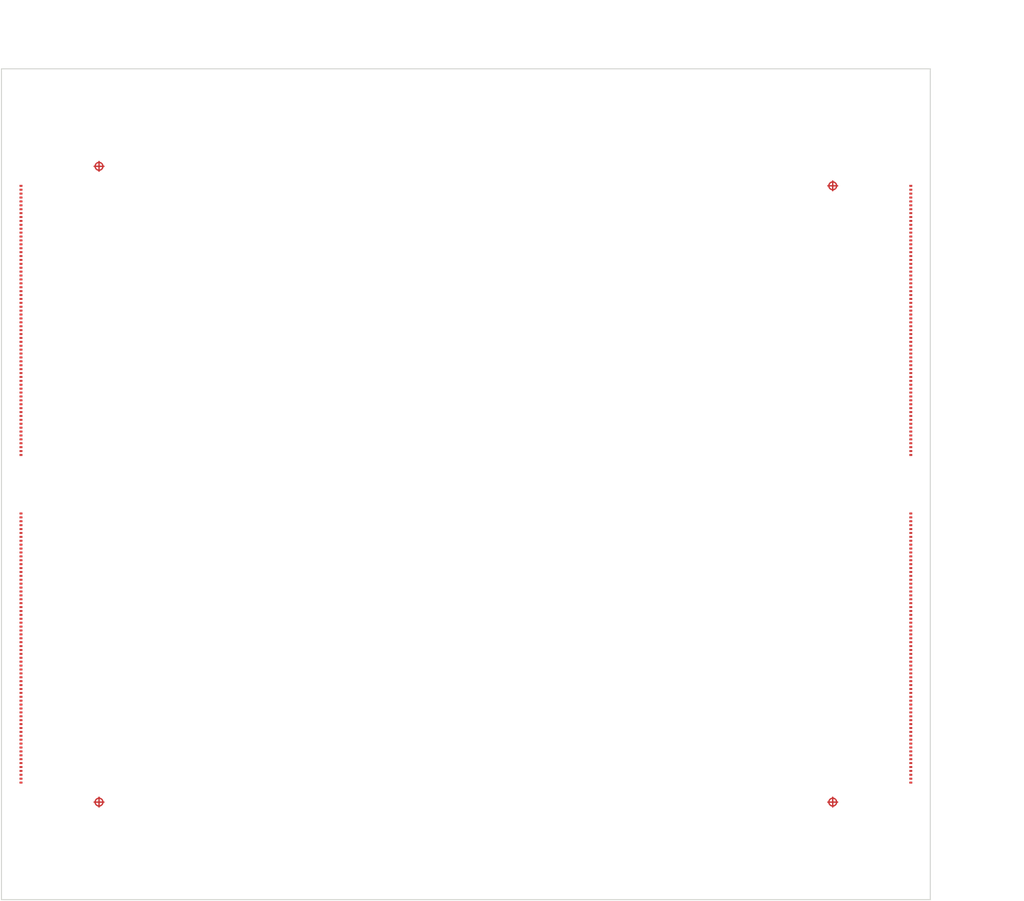
<source format=kicad_pcb>
(kicad_pcb (version 20171130) (host pcbnew "(5.1.6)-1")

  (general
    (thickness 1.6)
    (drawings 6)
    (tracks 0)
    (zones 0)
    (modules 8)
    (nets 1)
  )

  (page A4)
  (layers
    (0 F.Cu signal)
    (31 B.Cu signal)
    (32 B.Adhes user)
    (33 F.Adhes user)
    (34 B.Paste user)
    (35 F.Paste user)
    (36 B.SilkS user)
    (37 F.SilkS user)
    (38 B.Mask user)
    (39 F.Mask user)
    (40 Dwgs.User user)
    (41 Cmts.User user)
    (42 Eco1.User user)
    (43 Eco2.User user)
    (44 Edge.Cuts user)
    (45 Margin user)
    (46 B.CrtYd user)
    (47 F.CrtYd user)
    (48 B.Fab user)
    (49 F.Fab user hide)
  )

  (setup
    (last_trace_width 0.25)
    (trace_clearance 0.2)
    (zone_clearance 0.508)
    (zone_45_only no)
    (trace_min 0.2)
    (via_size 0.8)
    (via_drill 0.4)
    (via_min_size 0.4)
    (via_min_drill 0.3)
    (uvia_size 0.3)
    (uvia_drill 0.1)
    (uvias_allowed no)
    (uvia_min_size 0.2)
    (uvia_min_drill 0.1)
    (edge_width 0.05)
    (segment_width 0.2)
    (pcb_text_width 0.3)
    (pcb_text_size 1.5 1.5)
    (mod_edge_width 0.12)
    (mod_text_size 1 1)
    (mod_text_width 0.15)
    (pad_size 1.524 1.524)
    (pad_drill 0.762)
    (pad_to_mask_clearance 0.05)
    (aux_axis_origin 0 0)
    (visible_elements 7FFFFFFF)
    (pcbplotparams
      (layerselection 0x010fc_ffffffff)
      (usegerberextensions false)
      (usegerberattributes true)
      (usegerberadvancedattributes true)
      (creategerberjobfile true)
      (excludeedgelayer true)
      (linewidth 0.100000)
      (plotframeref false)
      (viasonmask false)
      (mode 1)
      (useauxorigin false)
      (hpglpennumber 1)
      (hpglpenspeed 20)
      (hpglpendiameter 15.000000)
      (psnegative false)
      (psa4output false)
      (plotreference true)
      (plotvalue true)
      (plotinvisibletext false)
      (padsonsilk false)
      (subtractmaskfromsilk false)
      (outputformat 1)
      (mirror false)
      (drillshape 1)
      (scaleselection 1)
      (outputdirectory ""))
  )

  (net 0 "")

  (net_class Default "This is the default net class."
    (clearance 0.2)
    (trace_width 0.25)
    (via_dia 0.8)
    (via_drill 0.4)
    (uvia_dia 0.3)
    (uvia_drill 0.1)
  )

  (module unl_silab:crossed_circle_fiducial (layer F.Cu) (tedit 5DEEB95A) (tstamp 5FA4BCA9)
    (at 5 37.6)
    (fp_text reference REF** (at 0 0) (layer F.SilkS) hide
      (effects (font (size 1 1) (thickness 0.15)))
    )
    (fp_text value crossed_circle_fiducial (at 0 0) (layer F.Fab) hide
      (effects (font (size 1 1) (thickness 0.15)))
    )
    (fp_circle (center 0 0) (end 0.01 0) (layer F.Mask) (width 0.6))
    (fp_line (start 0.25 0) (end -0.25 0) (layer F.Cu) (width 0.07))
    (fp_line (start 0 -0.25) (end 0 0.25) (layer F.Cu) (width 0.07))
    (fp_circle (center 0 0) (end 0.2 0) (layer F.Cu) (width 0.07))
  )

  (module unl_silab:crossed_circle_fiducial (layer F.Cu) (tedit 5DEEB95A) (tstamp 5FA4BCA9)
    (at 5 5)
    (fp_text reference REF** (at 0 0) (layer F.SilkS) hide
      (effects (font (size 1 1) (thickness 0.15)))
    )
    (fp_text value crossed_circle_fiducial (at 0 0) (layer F.Fab) hide
      (effects (font (size 1 1) (thickness 0.15)))
    )
    (fp_circle (center 0 0) (end 0.01 0) (layer F.Mask) (width 0.6))
    (fp_line (start 0.25 0) (end -0.25 0) (layer F.Cu) (width 0.07))
    (fp_line (start 0 -0.25) (end 0 0.25) (layer F.Cu) (width 0.07))
    (fp_circle (center 0 0) (end 0.2 0) (layer F.Cu) (width 0.07))
  )

  (module unl_silab:crossed_circle_fiducial (layer F.Cu) (tedit 5DEEB95A) (tstamp 5FA4BCA9)
    (at 42.6 6)
    (fp_text reference REF** (at 0 0) (layer F.SilkS) hide
      (effects (font (size 1 1) (thickness 0.15)))
    )
    (fp_text value crossed_circle_fiducial (at 0 0) (layer F.Fab) hide
      (effects (font (size 1 1) (thickness 0.15)))
    )
    (fp_circle (center 0 0) (end 0.01 0) (layer F.Mask) (width 0.6))
    (fp_line (start 0.25 0) (end -0.25 0) (layer F.Cu) (width 0.07))
    (fp_line (start 0 -0.25) (end 0 0.25) (layer F.Cu) (width 0.07))
    (fp_circle (center 0 0) (end 0.2 0) (layer F.Cu) (width 0.07))
  )

  (module unl_silab:crossed_circle_fiducial (layer F.Cu) (tedit 5DEEB95A) (tstamp 5FA4BC78)
    (at 42.6 37.6)
    (fp_text reference REF** (at 0 0) (layer F.SilkS) hide
      (effects (font (size 1 1) (thickness 0.15)))
    )
    (fp_text value crossed_circle_fiducial (at 0 0) (layer F.Fab) hide
      (effects (font (size 1 1) (thickness 0.15)))
    )
    (fp_circle (center 0 0) (end 0.01 0) (layer F.Mask) (width 0.6))
    (fp_line (start 0.25 0) (end -0.25 0) (layer F.Cu) (width 0.07))
    (fp_line (start 0 -0.25) (end 0 0.25) (layer F.Cu) (width 0.07))
    (fp_circle (center 0 0) (end 0.2 0) (layer F.Cu) (width 0.07))
  )

  (module unl_silab:ETROC_70pad_100x150um_200um_pitch (layer F.Cu) (tedit 5E45C4FB) (tstamp 5FA4BA51)
    (at 46.6 6 270)
    (fp_text reference ETROC** (at 0 0.5 90) (layer F.SilkS) hide
      (effects (font (size 1 1) (thickness 0.15)))
    )
    (fp_text value ETROC_70pad_100x150um_200um_pitch (at 0 -0.5 90) (layer F.Fab) hide
      (effects (font (size 1 1) (thickness 0.15)))
    )
    (pad 1 smd rect (at 0 0 270) (size 0.1 0.15) (layers F.Cu F.Mask))
    (pad 2 smd rect (at 0.2 0 270) (size 0.1 0.15) (layers F.Cu F.Mask))
    (pad 3 smd rect (at 0.4 0 270) (size 0.1 0.15) (layers F.Cu F.Mask))
    (pad 4 smd rect (at 0.6 0 270) (size 0.1 0.15) (layers F.Cu F.Mask))
    (pad 5 smd rect (at 0.8 0 270) (size 0.1 0.15) (layers F.Cu F.Mask))
    (pad 6 smd rect (at 1 0 270) (size 0.1 0.15) (layers F.Cu F.Mask))
    (pad 7 smd rect (at 1.2 0 270) (size 0.1 0.15) (layers F.Cu F.Mask))
    (pad 8 smd rect (at 1.4 0 270) (size 0.1 0.15) (layers F.Cu F.Mask))
    (pad 9 smd rect (at 1.6 0 270) (size 0.1 0.15) (layers F.Cu F.Mask))
    (pad 10 smd rect (at 1.8 0 270) (size 0.1 0.15) (layers F.Cu F.Mask))
    (pad 11 smd rect (at 2 0 270) (size 0.1 0.15) (layers F.Cu F.Mask))
    (pad 12 smd rect (at 2.2 0 270) (size 0.1 0.15) (layers F.Cu F.Mask))
    (pad 13 smd rect (at 2.4 0 270) (size 0.1 0.15) (layers F.Cu F.Mask))
    (pad 14 smd rect (at 2.6 0 270) (size 0.1 0.15) (layers F.Cu F.Mask))
    (pad 15 smd rect (at 2.8 0 270) (size 0.1 0.15) (layers F.Cu F.Mask))
    (pad 16 smd rect (at 3 0 270) (size 0.1 0.15) (layers F.Cu F.Mask))
    (pad 17 smd rect (at 3.2 0 270) (size 0.1 0.15) (layers F.Cu F.Mask))
    (pad 18 smd rect (at 3.4 0 270) (size 0.1 0.15) (layers F.Cu F.Mask))
    (pad 19 smd rect (at 3.6 0 270) (size 0.1 0.15) (layers F.Cu F.Mask))
    (pad 20 smd rect (at 3.8 0 270) (size 0.1 0.15) (layers F.Cu F.Mask))
    (pad 21 smd rect (at 4 0 270) (size 0.1 0.15) (layers F.Cu F.Mask))
    (pad 22 smd rect (at 4.2 0 270) (size 0.1 0.15) (layers F.Cu F.Mask))
    (pad 23 smd rect (at 4.4 0 270) (size 0.1 0.15) (layers F.Cu F.Mask))
    (pad 24 smd rect (at 4.6 0 270) (size 0.1 0.15) (layers F.Cu F.Mask))
    (pad 25 smd rect (at 4.8 0 270) (size 0.1 0.15) (layers F.Cu F.Mask))
    (pad 26 smd rect (at 5 0 270) (size 0.1 0.15) (layers F.Cu F.Mask))
    (pad 27 smd rect (at 5.2 0 270) (size 0.1 0.15) (layers F.Cu F.Mask))
    (pad 28 smd rect (at 5.4 0 270) (size 0.1 0.15) (layers F.Cu F.Mask))
    (pad 29 smd rect (at 5.6 0 270) (size 0.1 0.15) (layers F.Cu F.Mask))
    (pad 30 smd rect (at 5.8 0 270) (size 0.1 0.15) (layers F.Cu F.Mask))
    (pad 31 smd rect (at 6 0 270) (size 0.1 0.15) (layers F.Cu F.Mask))
    (pad 32 smd rect (at 6.2 0 270) (size 0.1 0.15) (layers F.Cu F.Mask))
    (pad 33 smd rect (at 6.4 0 270) (size 0.1 0.15) (layers F.Cu F.Mask))
    (pad 34 smd rect (at 6.6 0 270) (size 0.1 0.15) (layers F.Cu F.Mask))
    (pad 35 smd rect (at 6.8 0 270) (size 0.1 0.15) (layers F.Cu F.Mask))
    (pad 36 smd rect (at 7 0 270) (size 0.1 0.15) (layers F.Cu F.Mask))
    (pad 37 smd rect (at 7.2 0 270) (size 0.1 0.15) (layers F.Cu F.Mask))
    (pad 38 smd rect (at 7.4 0 270) (size 0.1 0.15) (layers F.Cu F.Mask))
    (pad 39 smd rect (at 7.6 0 270) (size 0.1 0.15) (layers F.Cu F.Mask))
    (pad 40 smd rect (at 7.8 0 270) (size 0.1 0.15) (layers F.Cu F.Mask))
    (pad 41 smd rect (at 8 0 270) (size 0.1 0.15) (layers F.Cu F.Mask))
    (pad 42 smd rect (at 8.2 0 270) (size 0.1 0.15) (layers F.Cu F.Mask))
    (pad 43 smd rect (at 8.4 0 270) (size 0.1 0.15) (layers F.Cu F.Mask))
    (pad 44 smd rect (at 8.6 0 270) (size 0.1 0.15) (layers F.Cu F.Mask))
    (pad 45 smd rect (at 8.8 0 270) (size 0.1 0.15) (layers F.Cu F.Mask))
    (pad 46 smd rect (at 9 0 270) (size 0.1 0.15) (layers F.Cu F.Mask))
    (pad 47 smd rect (at 9.2 0 270) (size 0.1 0.15) (layers F.Cu F.Mask))
    (pad 48 smd rect (at 9.4 0 270) (size 0.1 0.15) (layers F.Cu F.Mask))
    (pad 49 smd rect (at 9.6 0 270) (size 0.1 0.15) (layers F.Cu F.Mask))
    (pad 50 smd rect (at 9.8 0 270) (size 0.1 0.15) (layers F.Cu F.Mask))
    (pad 51 smd rect (at 10 0 270) (size 0.1 0.15) (layers F.Cu F.Mask))
    (pad 52 smd rect (at 10.2 0 270) (size 0.1 0.15) (layers F.Cu F.Mask))
    (pad 53 smd rect (at 10.4 0 270) (size 0.1 0.15) (layers F.Cu F.Mask))
    (pad 54 smd rect (at 10.6 0 270) (size 0.1 0.15) (layers F.Cu F.Mask))
    (pad 55 smd rect (at 10.8 0 270) (size 0.1 0.15) (layers F.Cu F.Mask))
    (pad 56 smd rect (at 11 0 270) (size 0.1 0.15) (layers F.Cu F.Mask))
    (pad 57 smd rect (at 11.2 0 270) (size 0.1 0.15) (layers F.Cu F.Mask))
    (pad 58 smd rect (at 11.4 0 270) (size 0.1 0.15) (layers F.Cu F.Mask))
    (pad 59 smd rect (at 11.6 0 270) (size 0.1 0.15) (layers F.Cu F.Mask))
    (pad 60 smd rect (at 11.8 0 270) (size 0.1 0.15) (layers F.Cu F.Mask))
    (pad 61 smd rect (at 12 0 270) (size 0.1 0.15) (layers F.Cu F.Mask))
    (pad 62 smd rect (at 12.2 0 270) (size 0.1 0.15) (layers F.Cu F.Mask))
    (pad 63 smd rect (at 12.4 0 270) (size 0.1 0.15) (layers F.Cu F.Mask))
    (pad 64 smd rect (at 12.6 0 270) (size 0.1 0.15) (layers F.Cu F.Mask))
    (pad 65 smd rect (at 12.8 0 270) (size 0.1 0.15) (layers F.Cu F.Mask))
    (pad 66 smd rect (at 13 0 270) (size 0.1 0.15) (layers F.Cu F.Mask))
    (pad 67 smd rect (at 13.2 0 270) (size 0.1 0.15) (layers F.Cu F.Mask))
    (pad 68 smd rect (at 13.4 0 270) (size 0.1 0.15) (layers F.Cu F.Mask))
    (pad 69 smd rect (at 13.6 0 270) (size 0.1 0.15) (layers F.Cu F.Mask))
    (pad 70 smd rect (at 13.8 0 270) (size 0.1 0.15) (layers F.Cu F.Mask))
  )

  (module unl_silab:ETROC_70pad_100x150um_200um_pitch (layer F.Cu) (tedit 5E45C4FB) (tstamp 5FA4BA08)
    (at 46.6 36.6 90)
    (fp_text reference ETROC** (at 0 0.5 90) (layer F.SilkS) hide
      (effects (font (size 1 1) (thickness 0.15)))
    )
    (fp_text value ETROC_70pad_100x150um_200um_pitch (at 0 -0.5 90) (layer F.Fab) hide
      (effects (font (size 1 1) (thickness 0.15)))
    )
    (pad 1 smd rect (at 0 0 90) (size 0.1 0.15) (layers F.Cu F.Mask))
    (pad 2 smd rect (at 0.2 0 90) (size 0.1 0.15) (layers F.Cu F.Mask))
    (pad 3 smd rect (at 0.4 0 90) (size 0.1 0.15) (layers F.Cu F.Mask))
    (pad 4 smd rect (at 0.6 0 90) (size 0.1 0.15) (layers F.Cu F.Mask))
    (pad 5 smd rect (at 0.8 0 90) (size 0.1 0.15) (layers F.Cu F.Mask))
    (pad 6 smd rect (at 1 0 90) (size 0.1 0.15) (layers F.Cu F.Mask))
    (pad 7 smd rect (at 1.2 0 90) (size 0.1 0.15) (layers F.Cu F.Mask))
    (pad 8 smd rect (at 1.4 0 90) (size 0.1 0.15) (layers F.Cu F.Mask))
    (pad 9 smd rect (at 1.6 0 90) (size 0.1 0.15) (layers F.Cu F.Mask))
    (pad 10 smd rect (at 1.8 0 90) (size 0.1 0.15) (layers F.Cu F.Mask))
    (pad 11 smd rect (at 2 0 90) (size 0.1 0.15) (layers F.Cu F.Mask))
    (pad 12 smd rect (at 2.2 0 90) (size 0.1 0.15) (layers F.Cu F.Mask))
    (pad 13 smd rect (at 2.4 0 90) (size 0.1 0.15) (layers F.Cu F.Mask))
    (pad 14 smd rect (at 2.6 0 90) (size 0.1 0.15) (layers F.Cu F.Mask))
    (pad 15 smd rect (at 2.8 0 90) (size 0.1 0.15) (layers F.Cu F.Mask))
    (pad 16 smd rect (at 3 0 90) (size 0.1 0.15) (layers F.Cu F.Mask))
    (pad 17 smd rect (at 3.2 0 90) (size 0.1 0.15) (layers F.Cu F.Mask))
    (pad 18 smd rect (at 3.4 0 90) (size 0.1 0.15) (layers F.Cu F.Mask))
    (pad 19 smd rect (at 3.6 0 90) (size 0.1 0.15) (layers F.Cu F.Mask))
    (pad 20 smd rect (at 3.8 0 90) (size 0.1 0.15) (layers F.Cu F.Mask))
    (pad 21 smd rect (at 4 0 90) (size 0.1 0.15) (layers F.Cu F.Mask))
    (pad 22 smd rect (at 4.2 0 90) (size 0.1 0.15) (layers F.Cu F.Mask))
    (pad 23 smd rect (at 4.4 0 90) (size 0.1 0.15) (layers F.Cu F.Mask))
    (pad 24 smd rect (at 4.6 0 90) (size 0.1 0.15) (layers F.Cu F.Mask))
    (pad 25 smd rect (at 4.8 0 90) (size 0.1 0.15) (layers F.Cu F.Mask))
    (pad 26 smd rect (at 5 0 90) (size 0.1 0.15) (layers F.Cu F.Mask))
    (pad 27 smd rect (at 5.2 0 90) (size 0.1 0.15) (layers F.Cu F.Mask))
    (pad 28 smd rect (at 5.4 0 90) (size 0.1 0.15) (layers F.Cu F.Mask))
    (pad 29 smd rect (at 5.6 0 90) (size 0.1 0.15) (layers F.Cu F.Mask))
    (pad 30 smd rect (at 5.8 0 90) (size 0.1 0.15) (layers F.Cu F.Mask))
    (pad 31 smd rect (at 6 0 90) (size 0.1 0.15) (layers F.Cu F.Mask))
    (pad 32 smd rect (at 6.2 0 90) (size 0.1 0.15) (layers F.Cu F.Mask))
    (pad 33 smd rect (at 6.4 0 90) (size 0.1 0.15) (layers F.Cu F.Mask))
    (pad 34 smd rect (at 6.6 0 90) (size 0.1 0.15) (layers F.Cu F.Mask))
    (pad 35 smd rect (at 6.8 0 90) (size 0.1 0.15) (layers F.Cu F.Mask))
    (pad 36 smd rect (at 7 0 90) (size 0.1 0.15) (layers F.Cu F.Mask))
    (pad 37 smd rect (at 7.2 0 90) (size 0.1 0.15) (layers F.Cu F.Mask))
    (pad 38 smd rect (at 7.4 0 90) (size 0.1 0.15) (layers F.Cu F.Mask))
    (pad 39 smd rect (at 7.6 0 90) (size 0.1 0.15) (layers F.Cu F.Mask))
    (pad 40 smd rect (at 7.8 0 90) (size 0.1 0.15) (layers F.Cu F.Mask))
    (pad 41 smd rect (at 8 0 90) (size 0.1 0.15) (layers F.Cu F.Mask))
    (pad 42 smd rect (at 8.2 0 90) (size 0.1 0.15) (layers F.Cu F.Mask))
    (pad 43 smd rect (at 8.4 0 90) (size 0.1 0.15) (layers F.Cu F.Mask))
    (pad 44 smd rect (at 8.6 0 90) (size 0.1 0.15) (layers F.Cu F.Mask))
    (pad 45 smd rect (at 8.8 0 90) (size 0.1 0.15) (layers F.Cu F.Mask))
    (pad 46 smd rect (at 9 0 90) (size 0.1 0.15) (layers F.Cu F.Mask))
    (pad 47 smd rect (at 9.2 0 90) (size 0.1 0.15) (layers F.Cu F.Mask))
    (pad 48 smd rect (at 9.4 0 90) (size 0.1 0.15) (layers F.Cu F.Mask))
    (pad 49 smd rect (at 9.6 0 90) (size 0.1 0.15) (layers F.Cu F.Mask))
    (pad 50 smd rect (at 9.8 0 90) (size 0.1 0.15) (layers F.Cu F.Mask))
    (pad 51 smd rect (at 10 0 90) (size 0.1 0.15) (layers F.Cu F.Mask))
    (pad 52 smd rect (at 10.2 0 90) (size 0.1 0.15) (layers F.Cu F.Mask))
    (pad 53 smd rect (at 10.4 0 90) (size 0.1 0.15) (layers F.Cu F.Mask))
    (pad 54 smd rect (at 10.6 0 90) (size 0.1 0.15) (layers F.Cu F.Mask))
    (pad 55 smd rect (at 10.8 0 90) (size 0.1 0.15) (layers F.Cu F.Mask))
    (pad 56 smd rect (at 11 0 90) (size 0.1 0.15) (layers F.Cu F.Mask))
    (pad 57 smd rect (at 11.2 0 90) (size 0.1 0.15) (layers F.Cu F.Mask))
    (pad 58 smd rect (at 11.4 0 90) (size 0.1 0.15) (layers F.Cu F.Mask))
    (pad 59 smd rect (at 11.6 0 90) (size 0.1 0.15) (layers F.Cu F.Mask))
    (pad 60 smd rect (at 11.8 0 90) (size 0.1 0.15) (layers F.Cu F.Mask))
    (pad 61 smd rect (at 12 0 90) (size 0.1 0.15) (layers F.Cu F.Mask))
    (pad 62 smd rect (at 12.2 0 90) (size 0.1 0.15) (layers F.Cu F.Mask))
    (pad 63 smd rect (at 12.4 0 90) (size 0.1 0.15) (layers F.Cu F.Mask))
    (pad 64 smd rect (at 12.6 0 90) (size 0.1 0.15) (layers F.Cu F.Mask))
    (pad 65 smd rect (at 12.8 0 90) (size 0.1 0.15) (layers F.Cu F.Mask))
    (pad 66 smd rect (at 13 0 90) (size 0.1 0.15) (layers F.Cu F.Mask))
    (pad 67 smd rect (at 13.2 0 90) (size 0.1 0.15) (layers F.Cu F.Mask))
    (pad 68 smd rect (at 13.4 0 90) (size 0.1 0.15) (layers F.Cu F.Mask))
    (pad 69 smd rect (at 13.6 0 90) (size 0.1 0.15) (layers F.Cu F.Mask))
    (pad 70 smd rect (at 13.8 0 90) (size 0.1 0.15) (layers F.Cu F.Mask))
  )

  (module unl_silab:ETROC_70pad_100x150um_200um_pitch (layer F.Cu) (tedit 5E45C4FB) (tstamp 5FA4B396)
    (at 1 6 270)
    (fp_text reference ETROC** (at 0 0.5 90) (layer F.SilkS) hide
      (effects (font (size 1 1) (thickness 0.15)))
    )
    (fp_text value ETROC_70pad_100x150um_200um_pitch (at 0 -0.5 90) (layer F.Fab) hide
      (effects (font (size 1 1) (thickness 0.15)))
    )
    (pad 70 smd rect (at 13.8 0 270) (size 0.1 0.15) (layers F.Cu F.Mask))
    (pad 69 smd rect (at 13.6 0 270) (size 0.1 0.15) (layers F.Cu F.Mask))
    (pad 68 smd rect (at 13.4 0 270) (size 0.1 0.15) (layers F.Cu F.Mask))
    (pad 67 smd rect (at 13.2 0 270) (size 0.1 0.15) (layers F.Cu F.Mask))
    (pad 66 smd rect (at 13 0 270) (size 0.1 0.15) (layers F.Cu F.Mask))
    (pad 65 smd rect (at 12.8 0 270) (size 0.1 0.15) (layers F.Cu F.Mask))
    (pad 64 smd rect (at 12.6 0 270) (size 0.1 0.15) (layers F.Cu F.Mask))
    (pad 63 smd rect (at 12.4 0 270) (size 0.1 0.15) (layers F.Cu F.Mask))
    (pad 62 smd rect (at 12.2 0 270) (size 0.1 0.15) (layers F.Cu F.Mask))
    (pad 61 smd rect (at 12 0 270) (size 0.1 0.15) (layers F.Cu F.Mask))
    (pad 60 smd rect (at 11.8 0 270) (size 0.1 0.15) (layers F.Cu F.Mask))
    (pad 59 smd rect (at 11.6 0 270) (size 0.1 0.15) (layers F.Cu F.Mask))
    (pad 58 smd rect (at 11.4 0 270) (size 0.1 0.15) (layers F.Cu F.Mask))
    (pad 57 smd rect (at 11.2 0 270) (size 0.1 0.15) (layers F.Cu F.Mask))
    (pad 56 smd rect (at 11 0 270) (size 0.1 0.15) (layers F.Cu F.Mask))
    (pad 55 smd rect (at 10.8 0 270) (size 0.1 0.15) (layers F.Cu F.Mask))
    (pad 54 smd rect (at 10.6 0 270) (size 0.1 0.15) (layers F.Cu F.Mask))
    (pad 53 smd rect (at 10.4 0 270) (size 0.1 0.15) (layers F.Cu F.Mask))
    (pad 52 smd rect (at 10.2 0 270) (size 0.1 0.15) (layers F.Cu F.Mask))
    (pad 51 smd rect (at 10 0 270) (size 0.1 0.15) (layers F.Cu F.Mask))
    (pad 50 smd rect (at 9.8 0 270) (size 0.1 0.15) (layers F.Cu F.Mask))
    (pad 49 smd rect (at 9.6 0 270) (size 0.1 0.15) (layers F.Cu F.Mask))
    (pad 48 smd rect (at 9.4 0 270) (size 0.1 0.15) (layers F.Cu F.Mask))
    (pad 47 smd rect (at 9.2 0 270) (size 0.1 0.15) (layers F.Cu F.Mask))
    (pad 46 smd rect (at 9 0 270) (size 0.1 0.15) (layers F.Cu F.Mask))
    (pad 45 smd rect (at 8.8 0 270) (size 0.1 0.15) (layers F.Cu F.Mask))
    (pad 44 smd rect (at 8.6 0 270) (size 0.1 0.15) (layers F.Cu F.Mask))
    (pad 43 smd rect (at 8.4 0 270) (size 0.1 0.15) (layers F.Cu F.Mask))
    (pad 42 smd rect (at 8.2 0 270) (size 0.1 0.15) (layers F.Cu F.Mask))
    (pad 41 smd rect (at 8 0 270) (size 0.1 0.15) (layers F.Cu F.Mask))
    (pad 40 smd rect (at 7.8 0 270) (size 0.1 0.15) (layers F.Cu F.Mask))
    (pad 39 smd rect (at 7.6 0 270) (size 0.1 0.15) (layers F.Cu F.Mask))
    (pad 38 smd rect (at 7.4 0 270) (size 0.1 0.15) (layers F.Cu F.Mask))
    (pad 37 smd rect (at 7.2 0 270) (size 0.1 0.15) (layers F.Cu F.Mask))
    (pad 36 smd rect (at 7 0 270) (size 0.1 0.15) (layers F.Cu F.Mask))
    (pad 35 smd rect (at 6.8 0 270) (size 0.1 0.15) (layers F.Cu F.Mask))
    (pad 34 smd rect (at 6.6 0 270) (size 0.1 0.15) (layers F.Cu F.Mask))
    (pad 33 smd rect (at 6.4 0 270) (size 0.1 0.15) (layers F.Cu F.Mask))
    (pad 32 smd rect (at 6.2 0 270) (size 0.1 0.15) (layers F.Cu F.Mask))
    (pad 31 smd rect (at 6 0 270) (size 0.1 0.15) (layers F.Cu F.Mask))
    (pad 30 smd rect (at 5.8 0 270) (size 0.1 0.15) (layers F.Cu F.Mask))
    (pad 29 smd rect (at 5.6 0 270) (size 0.1 0.15) (layers F.Cu F.Mask))
    (pad 28 smd rect (at 5.4 0 270) (size 0.1 0.15) (layers F.Cu F.Mask))
    (pad 27 smd rect (at 5.2 0 270) (size 0.1 0.15) (layers F.Cu F.Mask))
    (pad 26 smd rect (at 5 0 270) (size 0.1 0.15) (layers F.Cu F.Mask))
    (pad 25 smd rect (at 4.8 0 270) (size 0.1 0.15) (layers F.Cu F.Mask))
    (pad 24 smd rect (at 4.6 0 270) (size 0.1 0.15) (layers F.Cu F.Mask))
    (pad 23 smd rect (at 4.4 0 270) (size 0.1 0.15) (layers F.Cu F.Mask))
    (pad 22 smd rect (at 4.2 0 270) (size 0.1 0.15) (layers F.Cu F.Mask))
    (pad 21 smd rect (at 4 0 270) (size 0.1 0.15) (layers F.Cu F.Mask))
    (pad 20 smd rect (at 3.8 0 270) (size 0.1 0.15) (layers F.Cu F.Mask))
    (pad 19 smd rect (at 3.6 0 270) (size 0.1 0.15) (layers F.Cu F.Mask))
    (pad 18 smd rect (at 3.4 0 270) (size 0.1 0.15) (layers F.Cu F.Mask))
    (pad 17 smd rect (at 3.2 0 270) (size 0.1 0.15) (layers F.Cu F.Mask))
    (pad 16 smd rect (at 3 0 270) (size 0.1 0.15) (layers F.Cu F.Mask))
    (pad 15 smd rect (at 2.8 0 270) (size 0.1 0.15) (layers F.Cu F.Mask))
    (pad 14 smd rect (at 2.6 0 270) (size 0.1 0.15) (layers F.Cu F.Mask))
    (pad 13 smd rect (at 2.4 0 270) (size 0.1 0.15) (layers F.Cu F.Mask))
    (pad 12 smd rect (at 2.2 0 270) (size 0.1 0.15) (layers F.Cu F.Mask))
    (pad 11 smd rect (at 2 0 270) (size 0.1 0.15) (layers F.Cu F.Mask))
    (pad 10 smd rect (at 1.8 0 270) (size 0.1 0.15) (layers F.Cu F.Mask))
    (pad 9 smd rect (at 1.6 0 270) (size 0.1 0.15) (layers F.Cu F.Mask))
    (pad 8 smd rect (at 1.4 0 270) (size 0.1 0.15) (layers F.Cu F.Mask))
    (pad 7 smd rect (at 1.2 0 270) (size 0.1 0.15) (layers F.Cu F.Mask))
    (pad 6 smd rect (at 1 0 270) (size 0.1 0.15) (layers F.Cu F.Mask))
    (pad 5 smd rect (at 0.8 0 270) (size 0.1 0.15) (layers F.Cu F.Mask))
    (pad 4 smd rect (at 0.6 0 270) (size 0.1 0.15) (layers F.Cu F.Mask))
    (pad 3 smd rect (at 0.4 0 270) (size 0.1 0.15) (layers F.Cu F.Mask))
    (pad 2 smd rect (at 0.2 0 270) (size 0.1 0.15) (layers F.Cu F.Mask))
    (pad 1 smd rect (at 0 0 270) (size 0.1 0.15) (layers F.Cu F.Mask))
  )

  (module unl_silab:ETROC_70pad_100x150um_200um_pitch (layer F.Cu) (tedit 5E45C4FB) (tstamp 5FA4C171)
    (at 1 36.6 90)
    (fp_text reference ETROC** (at 0 0.5 90) (layer F.SilkS) hide
      (effects (font (size 1 1) (thickness 0.15)))
    )
    (fp_text value ETROC_70pad_100x150um_200um_pitch (at 0 -0.5 90) (layer F.Fab) hide
      (effects (font (size 1 1) (thickness 0.15)))
    )
    (pad 70 smd rect (at 13.8 0 90) (size 0.1 0.15) (layers F.Cu F.Mask))
    (pad 69 smd rect (at 13.6 0 90) (size 0.1 0.15) (layers F.Cu F.Mask))
    (pad 68 smd rect (at 13.4 0 90) (size 0.1 0.15) (layers F.Cu F.Mask))
    (pad 67 smd rect (at 13.2 0 90) (size 0.1 0.15) (layers F.Cu F.Mask))
    (pad 66 smd rect (at 13 0 90) (size 0.1 0.15) (layers F.Cu F.Mask))
    (pad 65 smd rect (at 12.8 0 90) (size 0.1 0.15) (layers F.Cu F.Mask))
    (pad 64 smd rect (at 12.6 0 90) (size 0.1 0.15) (layers F.Cu F.Mask))
    (pad 63 smd rect (at 12.4 0 90) (size 0.1 0.15) (layers F.Cu F.Mask))
    (pad 62 smd rect (at 12.2 0 90) (size 0.1 0.15) (layers F.Cu F.Mask))
    (pad 61 smd rect (at 12 0 90) (size 0.1 0.15) (layers F.Cu F.Mask))
    (pad 60 smd rect (at 11.8 0 90) (size 0.1 0.15) (layers F.Cu F.Mask))
    (pad 59 smd rect (at 11.6 0 90) (size 0.1 0.15) (layers F.Cu F.Mask))
    (pad 58 smd rect (at 11.4 0 90) (size 0.1 0.15) (layers F.Cu F.Mask))
    (pad 57 smd rect (at 11.2 0 90) (size 0.1 0.15) (layers F.Cu F.Mask))
    (pad 56 smd rect (at 11 0 90) (size 0.1 0.15) (layers F.Cu F.Mask))
    (pad 55 smd rect (at 10.8 0 90) (size 0.1 0.15) (layers F.Cu F.Mask))
    (pad 54 smd rect (at 10.6 0 90) (size 0.1 0.15) (layers F.Cu F.Mask))
    (pad 53 smd rect (at 10.4 0 90) (size 0.1 0.15) (layers F.Cu F.Mask))
    (pad 52 smd rect (at 10.2 0 90) (size 0.1 0.15) (layers F.Cu F.Mask))
    (pad 51 smd rect (at 10 0 90) (size 0.1 0.15) (layers F.Cu F.Mask))
    (pad 50 smd rect (at 9.8 0 90) (size 0.1 0.15) (layers F.Cu F.Mask))
    (pad 49 smd rect (at 9.6 0 90) (size 0.1 0.15) (layers F.Cu F.Mask))
    (pad 48 smd rect (at 9.4 0 90) (size 0.1 0.15) (layers F.Cu F.Mask))
    (pad 47 smd rect (at 9.2 0 90) (size 0.1 0.15) (layers F.Cu F.Mask))
    (pad 46 smd rect (at 9 0 90) (size 0.1 0.15) (layers F.Cu F.Mask))
    (pad 45 smd rect (at 8.8 0 90) (size 0.1 0.15) (layers F.Cu F.Mask))
    (pad 44 smd rect (at 8.6 0 90) (size 0.1 0.15) (layers F.Cu F.Mask))
    (pad 43 smd rect (at 8.4 0 90) (size 0.1 0.15) (layers F.Cu F.Mask))
    (pad 42 smd rect (at 8.2 0 90) (size 0.1 0.15) (layers F.Cu F.Mask))
    (pad 41 smd rect (at 8 0 90) (size 0.1 0.15) (layers F.Cu F.Mask))
    (pad 40 smd rect (at 7.8 0 90) (size 0.1 0.15) (layers F.Cu F.Mask))
    (pad 39 smd rect (at 7.6 0 90) (size 0.1 0.15) (layers F.Cu F.Mask))
    (pad 38 smd rect (at 7.4 0 90) (size 0.1 0.15) (layers F.Cu F.Mask))
    (pad 37 smd rect (at 7.2 0 90) (size 0.1 0.15) (layers F.Cu F.Mask))
    (pad 36 smd rect (at 7 0 90) (size 0.1 0.15) (layers F.Cu F.Mask))
    (pad 35 smd rect (at 6.8 0 90) (size 0.1 0.15) (layers F.Cu F.Mask))
    (pad 34 smd rect (at 6.6 0 90) (size 0.1 0.15) (layers F.Cu F.Mask))
    (pad 33 smd rect (at 6.4 0 90) (size 0.1 0.15) (layers F.Cu F.Mask))
    (pad 32 smd rect (at 6.2 0 90) (size 0.1 0.15) (layers F.Cu F.Mask))
    (pad 31 smd rect (at 6 0 90) (size 0.1 0.15) (layers F.Cu F.Mask))
    (pad 30 smd rect (at 5.8 0 90) (size 0.1 0.15) (layers F.Cu F.Mask))
    (pad 29 smd rect (at 5.6 0 90) (size 0.1 0.15) (layers F.Cu F.Mask))
    (pad 28 smd rect (at 5.4 0 90) (size 0.1 0.15) (layers F.Cu F.Mask))
    (pad 27 smd rect (at 5.2 0 90) (size 0.1 0.15) (layers F.Cu F.Mask))
    (pad 26 smd rect (at 5 0 90) (size 0.1 0.15) (layers F.Cu F.Mask))
    (pad 25 smd rect (at 4.8 0 90) (size 0.1 0.15) (layers F.Cu F.Mask))
    (pad 24 smd rect (at 4.6 0 90) (size 0.1 0.15) (layers F.Cu F.Mask))
    (pad 23 smd rect (at 4.4 0 90) (size 0.1 0.15) (layers F.Cu F.Mask))
    (pad 22 smd rect (at 4.2 0 90) (size 0.1 0.15) (layers F.Cu F.Mask))
    (pad 21 smd rect (at 4 0 90) (size 0.1 0.15) (layers F.Cu F.Mask))
    (pad 20 smd rect (at 3.8 0 90) (size 0.1 0.15) (layers F.Cu F.Mask))
    (pad 19 smd rect (at 3.6 0 90) (size 0.1 0.15) (layers F.Cu F.Mask))
    (pad 18 smd rect (at 3.4 0 90) (size 0.1 0.15) (layers F.Cu F.Mask))
    (pad 17 smd rect (at 3.2 0 90) (size 0.1 0.15) (layers F.Cu F.Mask))
    (pad 16 smd rect (at 3 0 90) (size 0.1 0.15) (layers F.Cu F.Mask))
    (pad 15 smd rect (at 2.8 0 90) (size 0.1 0.15) (layers F.Cu F.Mask))
    (pad 14 smd rect (at 2.6 0 90) (size 0.1 0.15) (layers F.Cu F.Mask))
    (pad 13 smd rect (at 2.4 0 90) (size 0.1 0.15) (layers F.Cu F.Mask))
    (pad 12 smd rect (at 2.2 0 90) (size 0.1 0.15) (layers F.Cu F.Mask))
    (pad 11 smd rect (at 2 0 90) (size 0.1 0.15) (layers F.Cu F.Mask))
    (pad 10 smd rect (at 1.8 0 90) (size 0.1 0.15) (layers F.Cu F.Mask))
    (pad 9 smd rect (at 1.6 0 90) (size 0.1 0.15) (layers F.Cu F.Mask))
    (pad 8 smd rect (at 1.4 0 90) (size 0.1 0.15) (layers F.Cu F.Mask))
    (pad 7 smd rect (at 1.2 0 90) (size 0.1 0.15) (layers F.Cu F.Mask))
    (pad 6 smd rect (at 1 0 90) (size 0.1 0.15) (layers F.Cu F.Mask))
    (pad 5 smd rect (at 0.8 0 90) (size 0.1 0.15) (layers F.Cu F.Mask))
    (pad 4 smd rect (at 0.6 0 90) (size 0.1 0.15) (layers F.Cu F.Mask))
    (pad 3 smd rect (at 0.4 0 90) (size 0.1 0.15) (layers F.Cu F.Mask))
    (pad 2 smd rect (at 0.2 0 90) (size 0.1 0.15) (layers F.Cu F.Mask))
    (pad 1 smd rect (at 0 0 90) (size 0.1 0.15) (layers F.Cu F.Mask))
  )

  (dimension 42.6 (width 0.15) (layer Dwgs.User)
    (gr_text "42.600 mm" (at 51.06 21.3 270) (layer Dwgs.User)
      (effects (font (size 1 1) (thickness 0.15)))
    )
    (feature1 (pts (xy 47.6 42.6) (xy 50.346421 42.6)))
    (feature2 (pts (xy 47.6 0) (xy 50.346421 0)))
    (crossbar (pts (xy 49.76 0) (xy 49.76 42.6)))
    (arrow1a (pts (xy 49.76 42.6) (xy 49.173579 41.473496)))
    (arrow1b (pts (xy 49.76 42.6) (xy 50.346421 41.473496)))
    (arrow2a (pts (xy 49.76 0) (xy 49.173579 1.126504)))
    (arrow2b (pts (xy 49.76 0) (xy 50.346421 1.126504)))
  )
  (dimension 47.6 (width 0.15) (layer Dwgs.User)
    (gr_text "47.600 mm" (at 23.8 -2.829999) (layer Dwgs.User)
      (effects (font (size 1 1) (thickness 0.15)))
    )
    (feature1 (pts (xy 0 0) (xy 0 -2.11642)))
    (feature2 (pts (xy 47.6 0) (xy 47.6 -2.11642)))
    (crossbar (pts (xy 47.6 -1.529999) (xy 0 -1.529999)))
    (arrow1a (pts (xy 0 -1.529999) (xy 1.126504 -2.11642)))
    (arrow1b (pts (xy 0 -1.529999) (xy 1.126504 -0.943578)))
    (arrow2a (pts (xy 47.6 -1.529999) (xy 46.473496 -2.11642)))
    (arrow2b (pts (xy 47.6 -1.529999) (xy 46.473496 -0.943578)))
  )
  (gr_line (start 0 0) (end 0 42.6) (layer Edge.Cuts) (width 0.05) (tstamp 5FA4B397))
  (gr_line (start 0 42.6) (end 47.6 42.6) (layer Edge.Cuts) (width 0.05))
  (gr_line (start 47.6 0) (end 47.6 42.6) (layer Edge.Cuts) (width 0.05))
  (gr_line (start 0 0) (end 47.6 0) (layer Edge.Cuts) (width 0.05))

)

</source>
